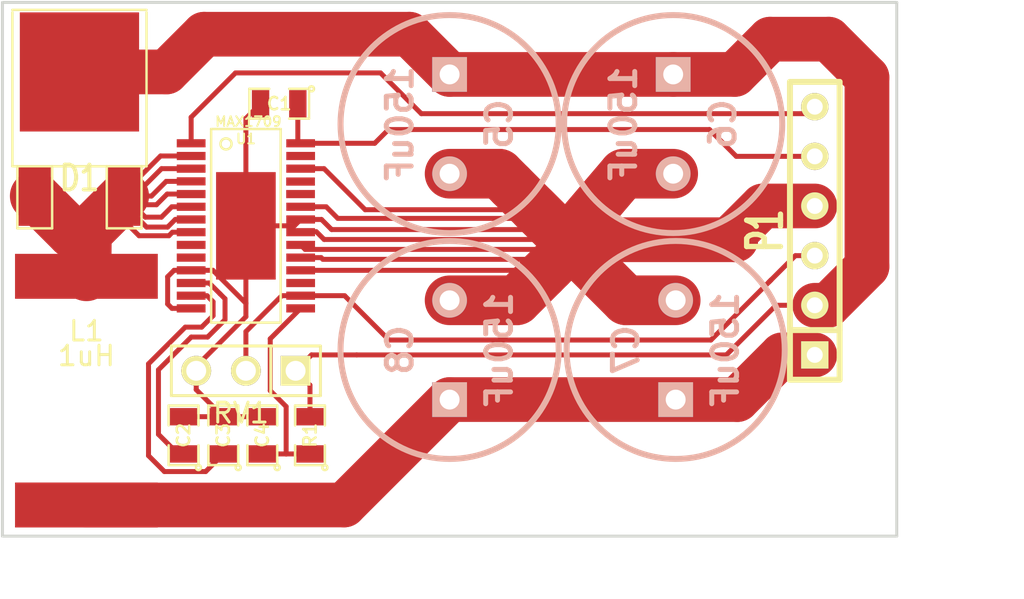
<source format=kicad_pcb>
(kicad_pcb (version 3) (host pcbnew "(2013-feb-26)-stable")

  (general
    (links 46)
    (no_connects 3)
    (area 14.940845 10.421477 70.220475 44.545)
    (thickness 1.6)
    (drawings 6)
    (tracks 179)
    (zones 0)
    (modules 14)
    (nets 11)
  )

  (page A3)
  (layers
    (15 F.Cu signal)
    (0 B.Cu signal)
    (16 B.Adhes user)
    (17 F.Adhes user)
    (18 B.Paste user)
    (19 F.Paste user)
    (20 B.SilkS user)
    (21 F.SilkS user)
    (22 B.Mask user)
    (23 F.Mask user)
    (24 Dwgs.User user)
    (25 Cmts.User user)
    (26 Eco1.User user)
    (27 Eco2.User user)
    (28 Edge.Cuts user)
  )

  (setup
    (last_trace_width 0.254)
    (user_trace_width 0.254)
    (trace_clearance 0.2286)
    (zone_clearance 0.508)
    (zone_45_only no)
    (trace_min 0.254)
    (segment_width 0.2)
    (edge_width 0.15)
    (via_size 0.889)
    (via_drill 0.635)
    (via_min_size 0.889)
    (via_min_drill 0.508)
    (uvia_size 0.508)
    (uvia_drill 0.127)
    (uvias_allowed no)
    (uvia_min_size 0.508)
    (uvia_min_drill 0.127)
    (pcb_text_width 0.3)
    (pcb_text_size 1 1)
    (mod_edge_width 0.15)
    (mod_text_size 1 1)
    (mod_text_width 0.15)
    (pad_size 2.3 7.3)
    (pad_drill 0)
    (pad_to_mask_clearance 0)
    (aux_axis_origin 0 0)
    (visible_elements FFFFFFBF)
    (pcbplotparams
      (layerselection 3178497)
      (usegerberextensions true)
      (excludeedgelayer true)
      (linewidth 152400)
      (plotframeref false)
      (viasonmask false)
      (mode 1)
      (useauxorigin false)
      (hpglpennumber 1)
      (hpglpenspeed 20)
      (hpglpendiameter 15)
      (hpglpenoverlay 2)
      (psnegative false)
      (psa4output false)
      (plotreference true)
      (plotvalue true)
      (plotothertext true)
      (plotinvisibletext false)
      (padsonsilk false)
      (subtractmaskfromsilk false)
      (outputformat 1)
      (mirror false)
      (drillshape 1)
      (scaleselection 1)
      (outputdirectory ""))
  )

  (net 0 "")
  (net 1 /FB)
  (net 2 /ONA)
  (net 3 /ONB)
  (net 4 /Vin)
  (net 5 /Vout)
  (net 6 GND)
  (net 7 N-0000010)
  (net 8 N-000005)
  (net 9 N-000008)
  (net 10 N-000009)

  (net_class Default "This is the default net class."
    (clearance 0.2286)
    (trace_width 0.254)
    (via_dia 0.889)
    (via_drill 0.635)
    (uvia_dia 0.508)
    (uvia_drill 0.127)
    (add_net "")
    (add_net /FB)
    (add_net /ONA)
    (add_net /ONB)
    (add_net N-000005)
    (add_net N-000008)
    (add_net N-000009)
  )

  (net_class "High Power" ""
    (clearance 0.254)
    (trace_width 2.286)
    (via_dia 0.889)
    (via_drill 0.635)
    (uvia_dia 0.508)
    (uvia_drill 0.127)
    (add_net /Vin)
    (add_net /Vout)
    (add_net GND)
    (add_net N-0000010)
  )

  (module MAX1709 (layer F.Cu) (tedit 51610664) (tstamp 5160F5DE)
    (at 25.146 24.13 270)
    (descr TSSOP-28)
    (path /515FD738)
    (clearance 0.1016)
    (fp_text reference U1 (at -4.445 0 360) (layer F.SilkS)
      (effects (font (size 0.50038 0.50038) (thickness 0.09906)))
    )
    (fp_text value MAX1709 (at -5.334 -0.127 360) (layer F.SilkS)
      (effects (font (size 0.50038 0.50038) (thickness 0.09906)))
    )
    (fp_line (start -4.953 -1.778) (end -4.953 1.778) (layer F.SilkS) (width 0.127))
    (fp_line (start 4.953 -1.778) (end 4.953 1.778) (layer F.SilkS) (width 0.127))
    (fp_line (start 4.953 -1.778) (end -4.953 -1.778) (layer F.SilkS) (width 0.127))
    (fp_line (start -4.953 1.778) (end 4.953 1.778) (layer F.SilkS) (width 0.127))
    (fp_circle (center -4.191 1.016) (end -4.318 1.27) (layer F.SilkS) (width 0.127))
    (pad 2 smd rect (at -0.32512 2.79908 270) (size 0.4191 1.47066)
      (layers F.Cu F.Paste F.Mask)
      (net 7 N-0000010)
    )
    (pad 2 smd rect (at 0.32512 2.79908 270) (size 0.4191 1.47066)
      (layers F.Cu F.Paste F.Mask)
      (net 7 N-0000010)
    )
    (pad 9 smd rect (at 0.97536 2.79908 270) (size 0.4191 1.47066)
      (layers F.Cu F.Paste F.Mask)
    )
    (pad 10 smd rect (at 1.6256 2.79908 270) (size 0.4191 1.47066)
      (layers F.Cu F.Paste F.Mask)
    )
    (pad 25 smd rect (at -2.26568 -2.794 270) (size 0.4191 1.47066)
      (layers F.Cu F.Paste F.Mask)
    )
    (pad 2 smd rect (at -2.27584 2.79908 270) (size 0.4191 1.47066)
      (layers F.Cu F.Paste F.Mask)
      (net 7 N-0000010)
    )
    (pad 2 smd rect (at -1.6256 2.79908 270) (size 0.4191 1.47066)
      (layers F.Cu F.Paste F.Mask)
      (net 7 N-0000010)
    )
    (pad 2 smd rect (at -0.97536 2.79908 270) (size 0.4191 1.47066)
      (layers F.Cu F.Paste F.Mask)
      (net 7 N-0000010)
    )
    (pad 18 smd rect (at 2.27584 -2.79908 270) (size 0.4191 1.47066)
      (layers F.Cu F.Paste F.Mask)
      (net 6 GND)
    )
    (pad 18 smd rect (at 1.6256 -2.79908 270) (size 0.4191 1.47066)
      (layers F.Cu F.Paste F.Mask)
      (net 6 GND)
    )
    (pad 18 smd rect (at 0.97536 -2.79908 270) (size 0.4191 1.47066)
      (layers F.Cu F.Paste F.Mask)
      (net 6 GND)
    )
    (pad 18 smd rect (at 0.32512 -2.79908 270) (size 0.4191 1.47066)
      (layers F.Cu F.Paste F.Mask)
      (net 6 GND)
    )
    (pad 18 smd rect (at -0.32512 -2.79908 270) (size 0.4191 1.47066)
      (layers F.Cu F.Paste F.Mask)
      (net 6 GND)
    )
    (pad 18 smd rect (at -0.97536 -2.79908 270) (size 0.4191 1.47066)
      (layers F.Cu F.Paste F.Mask)
      (net 6 GND)
    )
    (pad 11 smd rect (at 2.27584 2.79908 270) (size 0.4191 1.47066)
      (layers F.Cu F.Paste F.Mask)
      (net 6 GND)
    )
    (pad 24 smd rect (at -1.6256 -2.794 270) (size 0.4191 1.47066)
      (layers F.Cu F.Paste F.Mask)
    )
    (pad 2 smd rect (at -2.92608 2.79908 270) (size 0.4191 1.47066)
      (layers F.Cu F.Paste F.Mask)
      (net 7 N-0000010)
    )
    (pad 12 smd rect (at 2.92608 2.79908 270) (size 0.4191 1.47066)
      (layers F.Cu F.Paste F.Mask)
      (net 8 N-000005)
    )
    (pad 17 smd rect (at 2.92608 -2.79908 270) (size 0.4191 1.47066)
      (layers F.Cu F.Paste F.Mask)
    )
    (pad 26 smd rect (at -2.92608 -2.79908 270) (size 0.4191 1.47066)
      (layers F.Cu F.Paste F.Mask)
      (net 6 GND)
    )
    (pad 2 smd rect (at -3.57378 2.79908 270) (size 0.4191 1.47066)
      (layers F.Cu F.Paste F.Mask)
      (net 7 N-0000010)
    )
    (pad 13 smd rect (at 3.57378 2.79908 270) (size 0.4191 1.47066)
      (layers F.Cu F.Paste F.Mask)
      (net 10 N-000009)
    )
    (pad 16 smd rect (at 3.57378 -2.79908 270) (size 0.4191 1.47066)
      (layers F.Cu F.Paste F.Mask)
      (net 1 /FB)
    )
    (pad 27 smd rect (at -3.57378 -2.79908 270) (size 0.4191 1.47066)
      (layers F.Cu F.Paste F.Mask)
      (net 9 N-000008)
    )
    (pad 1 smd rect (at -4.22402 2.79908 270) (size 0.4191 1.47066)
      (layers F.Cu F.Paste F.Mask)
      (net 2 /ONA)
    )
    (pad 11 smd rect (at 4.22402 2.79908 270) (size 0.4191 1.47066)
      (layers F.Cu F.Paste F.Mask)
      (net 6 GND)
    )
    (pad 15 smd rect (at 4.22402 -2.79908 270) (size 0.4191 1.47066)
      (layers F.Cu F.Paste F.Mask)
      (net 9 N-000008)
    )
    (pad 28 smd rect (at -4.22402 -2.79908 270) (size 0.4191 1.47066)
      (layers F.Cu F.Paste F.Mask)
      (net 3 /ONB)
    )
    (pad 18 smd rect (at 0 0 270) (size 5.5 3.05)
      (layers F.Cu F.Paste F.Mask)
      (net 6 GND)
    )
    (model smd/smd_dil/tssop-28.wrl
      (at (xyz 0 0 0))
      (scale (xyz 1 1 1))
      (rotate (xyz 0 0 0))
    )
  )

  (module SM0805 (layer F.Cu) (tedit 42806E04) (tstamp 51611A18)
    (at 21.9583 34.8488 90)
    (path /515FD90C)
    (attr smd)
    (fp_text reference C2 (at 0 0 90) (layer F.SilkS)
      (effects (font (size 0.635 0.635) (thickness 0.127)))
    )
    (fp_text value 0.1uF (at 0 0 90) (layer F.SilkS) hide
      (effects (font (size 0.635 0.635) (thickness 0.127)))
    )
    (fp_circle (center -1.651 0.762) (end -1.651 0.635) (layer F.SilkS) (width 0.127))
    (fp_line (start -0.508 0.762) (end -1.524 0.762) (layer F.SilkS) (width 0.127))
    (fp_line (start -1.524 0.762) (end -1.524 -0.762) (layer F.SilkS) (width 0.127))
    (fp_line (start -1.524 -0.762) (end -0.508 -0.762) (layer F.SilkS) (width 0.127))
    (fp_line (start 0.508 -0.762) (end 1.524 -0.762) (layer F.SilkS) (width 0.127))
    (fp_line (start 1.524 -0.762) (end 1.524 0.762) (layer F.SilkS) (width 0.127))
    (fp_line (start 1.524 0.762) (end 0.508 0.762) (layer F.SilkS) (width 0.127))
    (pad 1 smd rect (at -0.9525 0 90) (size 0.889 1.397)
      (layers F.Cu F.Paste F.Mask)
      (net 8 N-000005)
    )
    (pad 2 smd rect (at 0.9525 0 90) (size 0.889 1.397)
      (layers F.Cu F.Paste F.Mask)
      (net 6 GND)
    )
    (model smd/chip_cms.wrl
      (at (xyz 0 0 0))
      (scale (xyz 0.1 0.1 0.1))
      (rotate (xyz 0 0 0))
    )
  )

  (module SM0805 (layer F.Cu) (tedit 42806E04) (tstamp 5160F5F8)
    (at 23.9903 34.8488 90)
    (path /515FD919)
    (attr smd)
    (fp_text reference C3 (at 0 0 90) (layer F.SilkS)
      (effects (font (size 0.635 0.635) (thickness 0.127)))
    )
    (fp_text value .22uF (at 0 0 90) (layer F.SilkS) hide
      (effects (font (size 0.635 0.635) (thickness 0.127)))
    )
    (fp_circle (center -1.651 0.762) (end -1.651 0.635) (layer F.SilkS) (width 0.127))
    (fp_line (start -0.508 0.762) (end -1.524 0.762) (layer F.SilkS) (width 0.127))
    (fp_line (start -1.524 0.762) (end -1.524 -0.762) (layer F.SilkS) (width 0.127))
    (fp_line (start -1.524 -0.762) (end -0.508 -0.762) (layer F.SilkS) (width 0.127))
    (fp_line (start 0.508 -0.762) (end 1.524 -0.762) (layer F.SilkS) (width 0.127))
    (fp_line (start 1.524 -0.762) (end 1.524 0.762) (layer F.SilkS) (width 0.127))
    (fp_line (start 1.524 0.762) (end 0.508 0.762) (layer F.SilkS) (width 0.127))
    (pad 1 smd rect (at -0.9525 0 90) (size 0.889 1.397)
      (layers F.Cu F.Paste F.Mask)
      (net 10 N-000009)
    )
    (pad 2 smd rect (at 0.9525 0 90) (size 0.889 1.397)
      (layers F.Cu F.Paste F.Mask)
      (net 6 GND)
    )
    (model smd/chip_cms.wrl
      (at (xyz 0 0 0))
      (scale (xyz 0.1 0.1 0.1))
      (rotate (xyz 0 0 0))
    )
  )

  (module SM0805 (layer F.Cu) (tedit 42806E04) (tstamp 5160F605)
    (at 28.4226 34.8488 90)
    (path /515FDA2E)
    (attr smd)
    (fp_text reference R1 (at 0 0 90) (layer F.SilkS)
      (effects (font (size 0.635 0.635) (thickness 0.127)))
    )
    (fp_text value 2K (at 0 0 90) (layer F.SilkS) hide
      (effects (font (size 0.635 0.635) (thickness 0.127)))
    )
    (fp_circle (center -1.651 0.762) (end -1.651 0.635) (layer F.SilkS) (width 0.127))
    (fp_line (start -0.508 0.762) (end -1.524 0.762) (layer F.SilkS) (width 0.127))
    (fp_line (start -1.524 0.762) (end -1.524 -0.762) (layer F.SilkS) (width 0.127))
    (fp_line (start -1.524 -0.762) (end -0.508 -0.762) (layer F.SilkS) (width 0.127))
    (fp_line (start 0.508 -0.762) (end 1.524 -0.762) (layer F.SilkS) (width 0.127))
    (fp_line (start 1.524 -0.762) (end 1.524 0.762) (layer F.SilkS) (width 0.127))
    (fp_line (start 1.524 0.762) (end 0.508 0.762) (layer F.SilkS) (width 0.127))
    (pad 1 smd rect (at -0.9525 0 90) (size 0.889 1.397)
      (layers F.Cu F.Paste F.Mask)
      (net 9 N-000008)
    )
    (pad 2 smd rect (at 0.9525 0 90) (size 0.889 1.397)
      (layers F.Cu F.Paste F.Mask)
      (net 5 /Vout)
    )
    (model smd/chip_cms.wrl
      (at (xyz 0 0 0))
      (scale (xyz 0.1 0.1 0.1))
      (rotate (xyz 0 0 0))
    )
  )

  (module SM0805 (layer F.Cu) (tedit 42806E04) (tstamp 5160F612)
    (at 25.9842 34.8488 90)
    (path /515FDA34)
    (attr smd)
    (fp_text reference C4 (at 0 0 90) (layer F.SilkS)
      (effects (font (size 0.635 0.635) (thickness 0.127)))
    )
    (fp_text value 0.1uF (at 0 0 90) (layer F.SilkS) hide
      (effects (font (size 0.635 0.635) (thickness 0.127)))
    )
    (fp_circle (center -1.651 0.762) (end -1.651 0.635) (layer F.SilkS) (width 0.127))
    (fp_line (start -0.508 0.762) (end -1.524 0.762) (layer F.SilkS) (width 0.127))
    (fp_line (start -1.524 0.762) (end -1.524 -0.762) (layer F.SilkS) (width 0.127))
    (fp_line (start -1.524 -0.762) (end -0.508 -0.762) (layer F.SilkS) (width 0.127))
    (fp_line (start 0.508 -0.762) (end 1.524 -0.762) (layer F.SilkS) (width 0.127))
    (fp_line (start 1.524 -0.762) (end 1.524 0.762) (layer F.SilkS) (width 0.127))
    (fp_line (start 1.524 0.762) (end 0.508 0.762) (layer F.SilkS) (width 0.127))
    (pad 1 smd rect (at -0.9525 0 90) (size 0.889 1.397)
      (layers F.Cu F.Paste F.Mask)
      (net 9 N-000008)
    )
    (pad 2 smd rect (at 0.9525 0 90) (size 0.889 1.397)
      (layers F.Cu F.Paste F.Mask)
      (net 6 GND)
    )
    (model smd/chip_cms.wrl
      (at (xyz 0 0 0))
      (scale (xyz 0.1 0.1 0.1))
      (rotate (xyz 0 0 0))
    )
  )

  (module SM0805 (layer F.Cu) (tedit 42806E04) (tstamp 51614593)
    (at 26.8478 17.8816 180)
    (path /51606D65)
    (attr smd)
    (fp_text reference C1 (at 0 0 180) (layer F.SilkS)
      (effects (font (size 0.635 0.635) (thickness 0.127)))
    )
    (fp_text value 0.1uF (at 0 0 180) (layer F.SilkS) hide
      (effects (font (size 0.635 0.635) (thickness 0.127)))
    )
    (fp_circle (center -1.651 0.762) (end -1.651 0.635) (layer F.SilkS) (width 0.127))
    (fp_line (start -0.508 0.762) (end -1.524 0.762) (layer F.SilkS) (width 0.127))
    (fp_line (start -1.524 0.762) (end -1.524 -0.762) (layer F.SilkS) (width 0.127))
    (fp_line (start -1.524 -0.762) (end -0.508 -0.762) (layer F.SilkS) (width 0.127))
    (fp_line (start 0.508 -0.762) (end 1.524 -0.762) (layer F.SilkS) (width 0.127))
    (fp_line (start 1.524 -0.762) (end 1.524 0.762) (layer F.SilkS) (width 0.127))
    (fp_line (start 1.524 0.762) (end 0.508 0.762) (layer F.SilkS) (width 0.127))
    (pad 1 smd rect (at -0.9525 0 180) (size 0.889 1.397)
      (layers F.Cu F.Paste F.Mask)
      (net 3 /ONB)
    )
    (pad 2 smd rect (at 0.9525 0 180) (size 0.889 1.397)
      (layers F.Cu F.Paste F.Mask)
      (net 6 GND)
    )
    (model smd/chip_cms.wrl
      (at (xyz 0 0 0))
      (scale (xyz 0.1 0.1 0.1))
      (rotate (xyz 0 0 0))
    )
  )

  (module C2V10 (layer B.Cu) (tedit 41854742) (tstamp 5160F638)
    (at 35.56 18.923 270)
    (descr "Condensateur polarise")
    (tags CP)
    (path /515FD796)
    (fp_text reference C5 (at 0 -2.54 270) (layer B.SilkS)
      (effects (font (size 1.27 1.27) (thickness 0.254)) (justify mirror))
    )
    (fp_text value 150uF (at 0 2.54 270) (layer B.SilkS)
      (effects (font (size 1.27 1.27) (thickness 0.254)) (justify mirror))
    )
    (fp_circle (center 0 0) (end 4.826 2.794) (layer B.SilkS) (width 0.3048))
    (pad 1 thru_hole rect (at -2.54 0 270) (size 1.778 1.778) (drill 1.016)
      (layers *.Cu *.Mask B.SilkS)
      (net 5 /Vout)
    )
    (pad 2 thru_hole circle (at 2.54 0 270) (size 1.778 1.778) (drill 1.016)
      (layers *.Cu *.Mask B.SilkS)
      (net 6 GND)
    )
    (model discret/c_vert_c2v10.wrl
      (at (xyz 0 0 0))
      (scale (xyz 1 1 1))
      (rotate (xyz 0 0 0))
    )
  )

  (module C2V10 (layer B.Cu) (tedit 41854742) (tstamp 5160F63F)
    (at 46.99 18.923 270)
    (descr "Condensateur polarise")
    (tags CP)
    (path /515FDCBF)
    (fp_text reference C6 (at 0 -2.54 270) (layer B.SilkS)
      (effects (font (size 1.27 1.27) (thickness 0.254)) (justify mirror))
    )
    (fp_text value 150uF (at 0 2.54 270) (layer B.SilkS)
      (effects (font (size 1.27 1.27) (thickness 0.254)) (justify mirror))
    )
    (fp_circle (center 0 0) (end 4.826 2.794) (layer B.SilkS) (width 0.3048))
    (pad 1 thru_hole rect (at -2.54 0 270) (size 1.778 1.778) (drill 1.016)
      (layers *.Cu *.Mask B.SilkS)
      (net 5 /Vout)
    )
    (pad 2 thru_hole circle (at 2.54 0 270) (size 1.778 1.778) (drill 1.016)
      (layers *.Cu *.Mask B.SilkS)
      (net 6 GND)
    )
    (model discret/c_vert_c2v10.wrl
      (at (xyz 0 0 0))
      (scale (xyz 1 1 1))
      (rotate (xyz 0 0 0))
    )
  )

  (module C2V10 (layer B.Cu) (tedit 41854742) (tstamp 5160F646)
    (at 47.117 30.48 90)
    (descr "Condensateur polarise")
    (tags CP)
    (path /515FDCC5)
    (fp_text reference C7 (at 0 -2.54 90) (layer B.SilkS)
      (effects (font (size 1.27 1.27) (thickness 0.254)) (justify mirror))
    )
    (fp_text value 150uF (at 0 2.54 90) (layer B.SilkS)
      (effects (font (size 1.27 1.27) (thickness 0.254)) (justify mirror))
    )
    (fp_circle (center 0 0) (end 4.826 2.794) (layer B.SilkS) (width 0.3048))
    (pad 1 thru_hole rect (at -2.54 0 90) (size 1.778 1.778) (drill 1.016)
      (layers *.Cu *.Mask B.SilkS)
      (net 4 /Vin)
    )
    (pad 2 thru_hole circle (at 2.54 0 90) (size 1.778 1.778) (drill 1.016)
      (layers *.Cu *.Mask B.SilkS)
      (net 6 GND)
    )
    (model discret/c_vert_c2v10.wrl
      (at (xyz 0 0 0))
      (scale (xyz 1 1 1))
      (rotate (xyz 0 0 0))
    )
  )

  (module C2V10 (layer B.Cu) (tedit 41854742) (tstamp 5160F64D)
    (at 35.56 30.48 90)
    (descr "Condensateur polarise")
    (tags CP)
    (path /515FDCCB)
    (fp_text reference C8 (at 0 -2.54 90) (layer B.SilkS)
      (effects (font (size 1.27 1.27) (thickness 0.254)) (justify mirror))
    )
    (fp_text value 150uF (at 0 2.54 90) (layer B.SilkS)
      (effects (font (size 1.27 1.27) (thickness 0.254)) (justify mirror))
    )
    (fp_circle (center 0 0) (end 4.826 2.794) (layer B.SilkS) (width 0.3048))
    (pad 1 thru_hole rect (at -2.54 0 90) (size 1.778 1.778) (drill 1.016)
      (layers *.Cu *.Mask B.SilkS)
      (net 4 /Vin)
    )
    (pad 2 thru_hole circle (at 2.54 0 90) (size 1.778 1.778) (drill 1.016)
      (layers *.Cu *.Mask B.SilkS)
      (net 6 GND)
    )
    (model discret/c_vert_c2v10.wrl
      (at (xyz 0 0 0))
      (scale (xyz 1 1 1))
      (rotate (xyz 0 0 0))
    )
  )

  (module PIN_ARRAY_3X1 (layer F.Cu) (tedit 4C1130E0) (tstamp 516140A4)
    (at 25.146 31.5468 180)
    (descr "Connecteur 3 pins")
    (tags "CONN DEV")
    (path /51610805)
    (fp_text reference RV1 (at 0.254 -2.159 180) (layer F.SilkS)
      (effects (font (size 1.016 1.016) (thickness 0.1524)))
    )
    (fp_text value POT (at 0 -2.159 180) (layer F.SilkS) hide
      (effects (font (size 1.016 1.016) (thickness 0.1524)))
    )
    (fp_line (start -3.81 1.27) (end -3.81 -1.27) (layer F.SilkS) (width 0.1524))
    (fp_line (start -3.81 -1.27) (end 3.81 -1.27) (layer F.SilkS) (width 0.1524))
    (fp_line (start 3.81 -1.27) (end 3.81 1.27) (layer F.SilkS) (width 0.1524))
    (fp_line (start 3.81 1.27) (end -3.81 1.27) (layer F.SilkS) (width 0.1524))
    (fp_line (start -1.27 -1.27) (end -1.27 1.27) (layer F.SilkS) (width 0.1524))
    (pad 1 thru_hole rect (at -2.54 0 180) (size 1.524 1.524) (drill 1.016)
      (layers *.Cu *.Mask F.SilkS)
      (net 5 /Vout)
    )
    (pad 2 thru_hole circle (at 0 0 180) (size 1.524 1.524) (drill 1.016)
      (layers *.Cu *.Mask F.SilkS)
      (net 1 /FB)
    )
    (pad 3 thru_hole circle (at 2.54 0 180) (size 1.524 1.524) (drill 1.016)
      (layers *.Cu *.Mask F.SilkS)
      (net 6 GND)
    )
    (model pin_array/pins_array_3x1.wrl
      (at (xyz 0 0 0))
      (scale (xyz 1 1 1))
      (rotate (xyz 0 0 0))
    )
  )

  (module DPAK2_Schottky (layer F.Cu) (tedit 51611F2A) (tstamp 51614533)
    (at 16.637 22.606)
    (descr "MOS boitier DPACK G-D-S")
    (tags "CMD DPACK")
    (path /515FD758)
    (attr smd)
    (fp_text reference D1 (at 0 -0.9144) (layer F.SilkS)
      (effects (font (size 1.27 1.016) (thickness 0.2032)))
    )
    (fp_text value DIODESCH (at 0 -2.413) (layer F.SilkS) hide
      (effects (font (size 1.016 1.016) (thickness 0.2032)))
    )
    (fp_line (start 1.397 -1.524) (end 1.397 1.651) (layer F.SilkS) (width 0.127))
    (fp_line (start 1.397 1.651) (end 3.175 1.651) (layer F.SilkS) (width 0.127))
    (fp_line (start 3.175 1.651) (end 3.175 -1.524) (layer F.SilkS) (width 0.127))
    (fp_line (start -3.175 -1.524) (end -3.175 1.651) (layer F.SilkS) (width 0.127))
    (fp_line (start -3.175 1.651) (end -1.397 1.651) (layer F.SilkS) (width 0.127))
    (fp_line (start -1.397 1.651) (end -1.397 -1.524) (layer F.SilkS) (width 0.127))
    (fp_line (start 3.429 -7.62) (end 3.429 -1.524) (layer F.SilkS) (width 0.127))
    (fp_line (start 3.429 -1.524) (end -3.429 -1.524) (layer F.SilkS) (width 0.127))
    (fp_line (start -3.429 -1.524) (end -3.429 -9.398) (layer F.SilkS) (width 0.127))
    (fp_line (start -3.429 -9.525) (end 3.429 -9.525) (layer F.SilkS) (width 0.127))
    (fp_line (start 3.429 -9.398) (end 3.429 -7.62) (layer F.SilkS) (width 0.127))
    (pad 1 smd rect (at -2.286 0) (size 1.651 3.048)
      (layers F.Cu F.Paste F.Mask)
      (net 7 N-0000010)
    )
    (pad 2 smd rect (at 0 -6.35) (size 6.096 6.096)
      (layers F.Cu F.Paste F.Mask)
      (net 5 /Vout)
    )
    (pad 1 smd rect (at 2.286 0) (size 1.651 3.048)
      (layers F.Cu F.Paste F.Mask)
      (net 7 N-0000010)
    )
    (model smd/dpack_2.wrl
      (at (xyz 0 0 0))
      (scale (xyz 1 1 1))
      (rotate (xyz 0 0 0))
    )
  )

  (module Inductor_UP2B (layer F.Cu) (tedit 516110F0) (tstamp 51612141)
    (at 16.9926 32.5628 90)
    (path /515FD749)
    (fp_text reference L1 (at 3.048 0 180) (layer F.SilkS)
      (effects (font (size 1 1) (thickness 0.15)))
    )
    (fp_text value 1uH (at 1.778 0 180) (layer F.SilkS)
      (effects (font (size 1 1) (thickness 0.15)))
    )
    (pad 1 smd rect (at -5.85 0 90) (size 2.3 7.3)
      (layers F.Cu F.Paste F.Mask)
      (net 4 /Vin)
    )
    (pad 2 smd rect (at 5.85 0 90) (size 2.3 7.3)
      (layers F.Cu F.Paste F.Mask)
      (net 7 N-0000010)
    )
  )

  (module SIL-6 (layer F.Cu) (tedit 200000) (tstamp 51614545)
    (at 54.229 24.384 90)
    (descr "Connecteur 6 pins")
    (tags "CONN DEV")
    (path /51611771)
    (fp_text reference P1 (at 0 -2.54 90) (layer F.SilkS)
      (effects (font (size 1.72974 1.08712) (thickness 0.3048)))
    )
    (fp_text value CONN_6 (at 0 -2.54 90) (layer F.SilkS) hide
      (effects (font (size 1.524 1.016) (thickness 0.3048)))
    )
    (fp_line (start -7.62 1.27) (end -7.62 -1.27) (layer F.SilkS) (width 0.3048))
    (fp_line (start -7.62 -1.27) (end 7.62 -1.27) (layer F.SilkS) (width 0.3048))
    (fp_line (start 7.62 -1.27) (end 7.62 1.27) (layer F.SilkS) (width 0.3048))
    (fp_line (start 7.62 1.27) (end -7.62 1.27) (layer F.SilkS) (width 0.3048))
    (fp_line (start -5.08 1.27) (end -5.08 -1.27) (layer F.SilkS) (width 0.3048))
    (pad 1 thru_hole rect (at -6.35 0 90) (size 1.397 1.397) (drill 0.8128)
      (layers *.Cu *.Mask F.SilkS)
      (net 4 /Vin)
    )
    (pad 2 thru_hole circle (at -3.81 0 90) (size 1.397 1.397) (drill 0.8128)
      (layers *.Cu *.Mask F.SilkS)
      (net 5 /Vout)
    )
    (pad 3 thru_hole circle (at -1.27 0 90) (size 1.397 1.397) (drill 0.8128)
      (layers *.Cu *.Mask F.SilkS)
      (net 1 /FB)
    )
    (pad 4 thru_hole circle (at 1.27 0 90) (size 1.397 1.397) (drill 0.8128)
      (layers *.Cu *.Mask F.SilkS)
      (net 6 GND)
    )
    (pad 5 thru_hole circle (at 3.81 0 90) (size 1.397 1.397) (drill 0.8128)
      (layers *.Cu *.Mask F.SilkS)
      (net 3 /ONB)
    )
    (pad 6 thru_hole circle (at 6.35 0 90) (size 1.397 1.397) (drill 0.8128)
      (layers *.Cu *.Mask F.SilkS)
      (net 2 /ONA)
    )
  )

  (dimension 45.72 (width 0.25) (layer Dwgs.User)
    (gr_text "1.8000 in" (at 35.56 43.544999) (layer Dwgs.User)
      (effects (font (size 1 1) (thickness 0.25)))
    )
    (feature1 (pts (xy 58.42 40.005) (xy 58.42 44.544999)))
    (feature2 (pts (xy 12.7 40.005) (xy 12.7 44.544999)))
    (crossbar (pts (xy 12.7 42.544999) (xy 58.42 42.544999)))
    (arrow1a (pts (xy 58.42 42.544999) (xy 57.293497 43.131419)))
    (arrow1b (pts (xy 58.42 42.544999) (xy 57.293497 41.958579)))
    (arrow2a (pts (xy 12.7 42.544999) (xy 13.826503 43.131419)))
    (arrow2b (pts (xy 12.7 42.544999) (xy 13.826503 41.958579)))
  )
  (dimension 27.305 (width 0.25) (layer Dwgs.User)
    (gr_text "1.0750 in" (at 63.23 26.3525 90) (layer Dwgs.User)
      (effects (font (size 1 1) (thickness 0.25)))
    )
    (feature1 (pts (xy 59.69 12.7) (xy 64.23 12.7)))
    (feature2 (pts (xy 59.69 40.005) (xy 64.23 40.005)))
    (crossbar (pts (xy 62.23 40.005) (xy 62.23 12.7)))
    (arrow1a (pts (xy 62.23 12.7) (xy 62.81642 13.826503)))
    (arrow1b (pts (xy 62.23 12.7) (xy 61.64358 13.826503)))
    (arrow2a (pts (xy 62.23 40.005) (xy 62.81642 38.878497)))
    (arrow2b (pts (xy 62.23 40.005) (xy 61.64358 38.878497)))
  )
  (gr_line (start 58.42 12.7) (end 12.7 12.7) (angle 90) (layer Edge.Cuts) (width 0.15))
  (gr_line (start 58.42 40.005) (end 58.42 12.7) (angle 90) (layer Edge.Cuts) (width 0.15))
  (gr_line (start 12.7 40.005) (end 58.42 40.005) (angle 90) (layer Edge.Cuts) (width 0.15))
  (gr_line (start 12.7 12.7) (end 12.7 40.005) (angle 90) (layer Edge.Cuts) (width 0.15))

  (segment (start 51.9938 26.8986) (end 53.2384 25.654) (width 0.254) (layer F.Cu) (net 1))
  (segment (start 53.2384 25.654) (end 54.229 25.654) (width 0.254) (layer F.Cu) (net 1) (tstamp 51611E2F) (status 20))
  (segment (start 27.94508 27.70378) (end 30.19298 27.70378) (width 0.254) (layer F.Cu) (net 1))
  (segment (start 48.9204 29.972) (end 51.9938 26.8986) (width 0.254) (layer F.Cu) (net 1) (tstamp 51611DE3))
  (segment (start 51.9938 26.8986) (end 51.8922 27.0002) (width 0.254) (layer F.Cu) (net 1) (tstamp 51611E2D))
  (segment (start 32.4612 29.972) (end 48.9204 29.972) (width 0.254) (layer F.Cu) (net 1) (tstamp 51611DE0))
  (segment (start 30.19298 27.70378) (end 32.4612 29.972) (width 0.254) (layer F.Cu) (net 1) (tstamp 51611DDB))
  (segment (start 25.146 31.5468) (end 25.146 29.5402) (width 0.254) (layer F.Cu) (net 1))
  (segment (start 26.98242 27.70378) (end 27.94508 27.70378) (width 0.254) (layer F.Cu) (net 1) (tstamp 51611BE3))
  (segment (start 25.146 29.5402) (end 26.98242 27.70378) (width 0.254) (layer F.Cu) (net 1) (tstamp 51611BDE))
  (segment (start 48.7426 18.3896) (end 53.8734 18.3896) (width 0.254) (layer F.Cu) (net 2) (status 20))
  (segment (start 53.8734 18.3896) (end 54.229 18.034) (width 0.254) (layer F.Cu) (net 2) (tstamp 51611AEF) (status 30))
  (segment (start 48.8442 18.3896) (end 48.7426 18.3896) (width 0.254) (layer F.Cu) (net 2) (tstamp 516118C8))
  (segment (start 48.7426 18.3896) (end 34.1122 18.3896) (width 0.254) (layer F.Cu) (net 2) (tstamp 51611AED))
  (segment (start 34.1122 18.3896) (end 32.0294 16.3068) (width 0.254) (layer F.Cu) (net 2) (tstamp 516118CA))
  (segment (start 32.0294 16.3068) (end 24.6126 16.3068) (width 0.254) (layer F.Cu) (net 2) (tstamp 516118CC))
  (segment (start 24.6126 16.3068) (end 22.34692 18.57248) (width 0.254) (layer F.Cu) (net 2) (tstamp 516118CE))
  (segment (start 22.34692 18.57248) (end 22.34692 19.90598) (width 0.254) (layer F.Cu) (net 2) (tstamp 516118D2))
  (segment (start 27.94508 19.90598) (end 31.73222 19.90598) (width 0.254) (layer F.Cu) (net 3))
  (segment (start 50.2158 20.574) (end 54.229 20.574) (width 0.254) (layer F.Cu) (net 3) (tstamp 51611ABE) (status 20))
  (segment (start 48.8442 19.2024) (end 50.2158 20.574) (width 0.254) (layer F.Cu) (net 3) (tstamp 51611ABB))
  (segment (start 32.4358 19.2024) (end 48.8442 19.2024) (width 0.254) (layer F.Cu) (net 3) (tstamp 51611AB9))
  (segment (start 31.73222 19.90598) (end 32.4358 19.2024) (width 0.254) (layer F.Cu) (net 3) (tstamp 51611AB6))
  (segment (start 27.8003 17.8816) (end 27.8003 19.7612) (width 0.254) (layer F.Cu) (net 3))
  (segment (start 27.8003 19.7612) (end 27.94508 19.90598) (width 0.254) (layer F.Cu) (net 3) (tstamp 51611915))
  (segment (start 16.9926 38.4128) (end 30.1672 38.4128) (width 2.286) (layer F.Cu) (net 4))
  (segment (start 30.1672 38.4128) (end 35.56 33.02) (width 2.286) (layer F.Cu) (net 4) (tstamp 5161219D))
  (segment (start 54.229 30.734) (end 52.5526 30.734) (width 2.286) (layer F.Cu) (net 4) (status 10))
  (segment (start 50.2666 33.02) (end 35.56 33.02) (width 2.286) (layer F.Cu) (net 4) (tstamp 51611B59))
  (segment (start 52.5526 30.734) (end 50.2666 33.02) (width 2.286) (layer F.Cu) (net 4) (tstamp 51611B58))
  (segment (start 28.4226 33.8963) (end 28.4226 32.2834) (width 0.254) (layer F.Cu) (net 5))
  (segment (start 28.4226 32.2834) (end 27.686 31.5468) (width 0.254) (layer F.Cu) (net 5) (tstamp 51611C3E))
  (segment (start 49.7078 30.734) (end 30.8102 30.734) (width 0.254) (layer F.Cu) (net 5))
  (segment (start 54.229 28.194) (end 52.2478 28.194) (width 0.254) (layer F.Cu) (net 5) (tstamp 51611A57) (status 10))
  (segment (start 49.7078 30.734) (end 52.2478 28.194) (width 0.254) (layer F.Cu) (net 5) (tstamp 51611A52))
  (segment (start 28.4988 30.734) (end 27.686 31.5468) (width 0.254) (layer F.Cu) (net 5) (tstamp 51611BBF))
  (segment (start 30.8102 30.734) (end 28.4988 30.734) (width 0.254) (layer F.Cu) (net 5) (tstamp 51611BB4))
  (segment (start 46.99 16.383) (end 50.1396 16.383) (width 2.286) (layer F.Cu) (net 5))
  (segment (start 50.1396 16.383) (end 51.943 14.5796) (width 2.286) (layer F.Cu) (net 5) (tstamp 51611AF3))
  (segment (start 51.943 14.5796) (end 54.9402 14.5796) (width 2.286) (layer F.Cu) (net 5) (tstamp 51611AF4))
  (segment (start 54.9402 14.5796) (end 56.896 16.5354) (width 2.286) (layer F.Cu) (net 5) (tstamp 51611AF6))
  (segment (start 56.896 16.5354) (end 56.896 26.2128) (width 2.286) (layer F.Cu) (net 5) (tstamp 51611AF8))
  (segment (start 56.896 26.2128) (end 54.9148 28.194) (width 2.286) (layer F.Cu) (net 5) (tstamp 51611AFB))
  (segment (start 54.9148 28.194) (end 54.229 28.194) (width 2.286) (layer F.Cu) (net 5) (tstamp 51611B01) (status 20))
  (segment (start 16.637 16.256) (end 21.082 16.256) (width 2.286) (layer F.Cu) (net 5) (status 10))
  (segment (start 33.5026 14.3256) (end 35.56 16.383) (width 2.286) (layer F.Cu) (net 5) (tstamp 516144F4))
  (segment (start 23.0124 14.3256) (end 33.5026 14.3256) (width 2.286) (layer F.Cu) (net 5) (tstamp 516144F3))
  (segment (start 21.082 16.256) (end 23.0124 14.3256) (width 2.286) (layer F.Cu) (net 5) (tstamp 516144F2))
  (segment (start 35.56 16.383) (end 46.99 16.383) (width 2.286) (layer F.Cu) (net 5) (tstamp 51614250))
  (segment (start 25.8953 17.8816) (end 25.146 18.6309) (width 0.254) (layer F.Cu) (net 6))
  (segment (start 25.146 18.6309) (end 25.146 24.13) (width 0.254) (layer F.Cu) (net 6) (tstamp 51611E7F))
  (segment (start 41.4147 25.0317) (end 41.6052 24.8412) (width 2.286) (layer F.Cu) (net 6))
  (segment (start 51.562 23.114) (end 54.229 23.114) (width 2.286) (layer F.Cu) (net 6) (tstamp 51611E4D) (status 20))
  (segment (start 50.1904 24.4856) (end 51.562 23.114) (width 2.286) (layer F.Cu) (net 6) (tstamp 51611E4C))
  (segment (start 50.1904 24.8412) (end 50.1904 24.4856) (width 2.286) (layer F.Cu) (net 6) (tstamp 51611E4A))
  (segment (start 41.6052 24.8412) (end 50.1904 24.8412) (width 2.286) (layer F.Cu) (net 6) (tstamp 51611E47))
  (segment (start 23.9903 33.8963) (end 25.9842 33.8963) (width 0.254) (layer F.Cu) (net 6))
  (segment (start 23.9903 33.8963) (end 21.9583 33.8963) (width 0.254) (layer F.Cu) (net 6))
  (segment (start 22.606 31.5468) (end 22.606 32.512) (width 0.254) (layer F.Cu) (net 6))
  (segment (start 22.606 32.512) (end 23.9903 33.8963) (width 0.254) (layer F.Cu) (net 6) (tstamp 51611DC5))
  (segment (start 25.146 24.13) (end 27.61996 24.13) (width 0.254) (layer F.Cu) (net 6))
  (segment (start 27.61996 24.13) (end 27.94508 23.80488) (width 0.254) (layer F.Cu) (net 6) (tstamp 51611DB1))
  (segment (start 25.146 24.13) (end 25.146 28.0924) (width 0.254) (layer F.Cu) (net 6))
  (segment (start 22.606 31.5468) (end 22.606 31.3182) (width 0.254) (layer F.Cu) (net 6))
  (segment (start 23.45944 26.40584) (end 22.34692 26.40584) (width 0.254) (layer F.Cu) (net 6) (tstamp 51611D9D))
  (segment (start 25.146 28.0924) (end 23.45944 26.40584) (width 0.254) (layer F.Cu) (net 6) (tstamp 51611D96))
  (segment (start 25.146 28.7782) (end 25.146 28.0924) (width 0.254) (layer F.Cu) (net 6) (tstamp 51611D93))
  (segment (start 22.606 31.3182) (end 25.146 28.7782) (width 0.254) (layer F.Cu) (net 6) (tstamp 51611D90))
  (segment (start 22.34692 26.40584) (end 21.47316 26.40584) (width 0.254) (layer F.Cu) (net 6))
  (segment (start 21.36902 28.35402) (end 22.34692 28.35402) (width 0.254) (layer F.Cu) (net 6) (tstamp 5161445E))
  (segment (start 21.1455 28.1305) (end 21.36902 28.35402) (width 0.254) (layer F.Cu) (net 6) (tstamp 5161445D))
  (segment (start 21.1455 26.7335) (end 21.1455 28.1305) (width 0.254) (layer F.Cu) (net 6) (tstamp 5161445C))
  (segment (start 21.47316 26.40584) (end 21.1455 26.7335) (width 0.254) (layer F.Cu) (net 6) (tstamp 5161445B))
  (segment (start 27.94508 25.7556) (end 28.9941 25.7556) (width 0.254) (layer F.Cu) (net 6))
  (segment (start 41.0845 25.8445) (end 41.5925 25.3365) (width 0.254) (layer F.Cu) (net 6) (tstamp 516143BC))
  (segment (start 29.083 25.8445) (end 41.0845 25.8445) (width 0.254) (layer F.Cu) (net 6) (tstamp 516143BB))
  (segment (start 28.9941 25.7556) (end 29.083 25.8445) (width 0.254) (layer F.Cu) (net 6) (tstamp 516143BA))
  (segment (start 27.94508 23.15464) (end 29.25064 23.15464) (width 0.254) (layer F.Cu) (net 6))
  (segment (start 40.005 23.749) (end 40.1955 23.5585) (width 0.254) (layer F.Cu) (net 6) (tstamp 516143A3))
  (segment (start 29.845 23.749) (end 40.005 23.749) (width 0.254) (layer F.Cu) (net 6) (tstamp 516143A2))
  (segment (start 29.25064 23.15464) (end 29.845 23.749) (width 0.254) (layer F.Cu) (net 6) (tstamp 516143A1))
  (segment (start 27.94508 21.20392) (end 29.14142 21.20392) (width 0.254) (layer F.Cu) (net 6))
  (segment (start 39.624 23.3045) (end 39.624 22.987) (width 0.254) (layer F.Cu) (net 6) (tstamp 51614381))
  (segment (start 31.242 23.3045) (end 39.624 23.3045) (width 0.254) (layer F.Cu) (net 6) (tstamp 5161437E))
  (segment (start 29.14142 21.20392) (end 31.242 23.3045) (width 0.254) (layer F.Cu) (net 6) (tstamp 5161437C))
  (segment (start 27.94508 23.80488) (end 29.01188 23.80488) (width 0.254) (layer F.Cu) (net 6))
  (segment (start 29.01188 23.80488) (end 29.5275 24.3205) (width 0.254) (layer F.Cu) (net 6) (tstamp 51614370))
  (segment (start 29.5275 24.3205) (end 40.9575 24.3205) (width 0.254) (layer F.Cu) (net 6) (tstamp 51614371))
  (segment (start 40.9575 24.3205) (end 41.275 24.638) (width 0.254) (layer F.Cu) (net 6) (tstamp 51614372))
  (segment (start 41.275 24.638) (end 40.5765 24.638) (width 0.254) (layer F.Cu) (net 6) (tstamp 51614373))
  (segment (start 40.5765 24.638) (end 40.386 24.4475) (width 0.254) (layer F.Cu) (net 6) (tstamp 51614374))
  (segment (start 40.386 24.4475) (end 40.64 24.003) (width 0.254) (layer F.Cu) (net 6) (tstamp 51614375))
  (segment (start 27.94508 24.45512) (end 28.58262 24.45512) (width 0.254) (layer F.Cu) (net 6))
  (segment (start 41.2115 24.8285) (end 41.4147 25.0317) (width 0.254) (layer F.Cu) (net 6) (tstamp 5161436D))
  (segment (start 41.4147 25.0317) (end 41.656 25.273) (width 0.254) (layer F.Cu) (net 6) (tstamp 51611E45))
  (segment (start 29.1465 24.8285) (end 41.2115 24.8285) (width 0.254) (layer F.Cu) (net 6) (tstamp 5161436C))
  (segment (start 28.74137 24.42337) (end 29.1465 24.8285) (width 0.254) (layer F.Cu) (net 6) (tstamp 5161436B))
  (segment (start 27.94508 25.10536) (end 28.17622 25.3365) (width 0.254) (layer F.Cu) (net 6))
  (segment (start 41.5925 25.3365) (end 41.783 25.146) (width 0.254) (layer F.Cu) (net 6) (tstamp 51614356))
  (segment (start 28.17622 25.3365) (end 41.5925 25.3365) (width 0.254) (layer F.Cu) (net 6) (tstamp 51614355))
  (segment (start 27.94508 26.40584) (end 40.52316 26.40584) (width 0.254) (layer F.Cu) (net 6))
  (segment (start 40.3225 26.289) (end 40.3225 26.6065) (width 0.254) (layer F.Cu) (net 6) (tstamp 5161434E))
  (segment (start 40.40632 26.289) (end 40.3225 26.289) (width 0.254) (layer F.Cu) (net 6) (tstamp 5161434D))
  (segment (start 40.52316 26.40584) (end 40.40632 26.289) (width 0.254) (layer F.Cu) (net 6) (tstamp 5161434C))
  (segment (start 41.275 24.638) (end 41.783 25.146) (width 0.254) (layer F.Cu) (net 6) (tstamp 51614323))
  (segment (start 35.56 27.94) (end 38.989 27.94) (width 2.54) (layer F.Cu) (net 6))
  (segment (start 38.989 27.94) (end 40.3225 26.6065) (width 2.54) (layer F.Cu) (net 6) (tstamp 5161430D))
  (segment (start 40.3225 26.6065) (end 40.7035 26.2255) (width 2.54) (layer F.Cu) (net 6) (tstamp 5161434F))
  (segment (start 40.7035 26.2255) (end 41.148 25.781) (width 2.54) (layer F.Cu) (net 6) (tstamp 51614336))
  (segment (start 41.148 25.781) (end 41.656 25.273) (width 2.54) (layer F.Cu) (net 6) (tstamp 51614330))
  (segment (start 41.656 25.273) (end 41.783 25.146) (width 2.54) (layer F.Cu) (net 6) (tstamp 5161432A))
  (segment (start 47.117 27.94) (end 44.577 27.94) (width 2.54) (layer F.Cu) (net 6))
  (segment (start 44.577 27.94) (end 41.783 25.146) (width 2.54) (layer F.Cu) (net 6) (tstamp 5161430A))
  (segment (start 41.783 25.146) (end 39.878 23.241) (width 2.54) (layer F.Cu) (net 6) (tstamp 51614310))
  (segment (start 39.878 23.241) (end 40.64 24.003) (width 2.54) (layer F.Cu) (net 6) (tstamp 51614382))
  (segment (start 40.64 24.003) (end 41.529 24.892) (width 2.54) (layer F.Cu) (net 6) (tstamp 51614376))
  (segment (start 46.99 21.463) (end 44.45 21.463) (width 2.54) (layer F.Cu) (net 6))
  (segment (start 38.1 21.463) (end 38.70325 22.06625) (width 2.54) (layer F.Cu) (net 6) (tstamp 51614304))
  (segment (start 38.70325 22.06625) (end 40.1955 23.5585) (width 2.54) (layer F.Cu) (net 6) (tstamp 51614365))
  (segment (start 40.1955 23.5585) (end 41.529 24.892) (width 2.54) (layer F.Cu) (net 6) (tstamp 51614319))
  (segment (start 38.1 21.463) (end 35.56 21.463) (width 2.54) (layer F.Cu) (net 6))
  (segment (start 44.45 21.463) (end 41.529 24.892) (width 2.54) (layer F.Cu) (net 6) (tstamp 51614307))
  (segment (start 17.018 24.511) (end 16.256 24.511) (width 2.54) (layer F.Cu) (net 7))
  (segment (start 16.256 24.511) (end 14.351 22.606) (width 2.54) (layer F.Cu) (net 7) (tstamp 516144EE) (status 20))
  (segment (start 16.9926 26.7128) (end 17.018 24.511) (width 2.54) (layer F.Cu) (net 7) (status 10))
  (segment (start 17.018 24.511) (end 18.923 22.606) (width 2.54) (layer F.Cu) (net 7) (tstamp 516144EB) (status 20))
  (segment (start 22.34692 24.45512) (end 21.39188 24.45512) (width 0.254) (layer F.Cu) (net 7))
  (segment (start 18.923 23.876) (end 18.923 22.606) (width 0.254) (layer F.Cu) (net 7) (tstamp 516144E5) (status 30))
  (segment (start 19.685 24.638) (end 18.923 23.876) (width 0.254) (layer F.Cu) (net 7) (tstamp 516144E4) (status 20))
  (segment (start 21.209 24.638) (end 19.685 24.638) (width 0.254) (layer F.Cu) (net 7) (tstamp 516144E3))
  (segment (start 21.39188 24.45512) (end 21.209 24.638) (width 0.254) (layer F.Cu) (net 7) (tstamp 516144E2))
  (segment (start 22.34692 23.80488) (end 21.53412 23.80488) (width 0.254) (layer F.Cu) (net 7))
  (segment (start 18.923 23.0505) (end 18.923 22.606) (width 0.254) (layer F.Cu) (net 7) (tstamp 516144DF) (status 30))
  (segment (start 20.066 24.1935) (end 18.923 23.0505) (width 0.254) (layer F.Cu) (net 7) (tstamp 516144DE) (status 20))
  (segment (start 21.1455 24.1935) (end 20.066 24.1935) (width 0.254) (layer F.Cu) (net 7) (tstamp 516144DD))
  (segment (start 21.53412 23.80488) (end 21.1455 24.1935) (width 0.254) (layer F.Cu) (net 7) (tstamp 516144DC))
  (segment (start 22.34692 23.15464) (end 21.35886 23.15464) (width 0.254) (layer F.Cu) (net 7))
  (segment (start 20.0025 23.6855) (end 18.923 22.606) (width 0.254) (layer F.Cu) (net 7) (tstamp 516144D9) (status 20))
  (segment (start 20.828 23.6855) (end 20.0025 23.6855) (width 0.254) (layer F.Cu) (net 7) (tstamp 516144D8))
  (segment (start 21.35886 23.15464) (end 20.828 23.6855) (width 0.254) (layer F.Cu) (net 7) (tstamp 516144D7))
  (segment (start 22.34692 22.5044) (end 21.1201 22.5044) (width 0.254) (layer F.Cu) (net 7))
  (segment (start 19.3675 23.0505) (end 18.923 22.606) (width 0.254) (layer F.Cu) (net 7) (tstamp 516144D4) (status 30))
  (segment (start 20.574 23.0505) (end 19.3675 23.0505) (width 0.254) (layer F.Cu) (net 7) (tstamp 516144D3) (status 20))
  (segment (start 21.1201 22.5044) (end 20.574 23.0505) (width 0.254) (layer F.Cu) (net 7) (tstamp 516144D2))
  (segment (start 22.34692 21.85416) (end 21.07184 21.85416) (width 0.254) (layer F.Cu) (net 7))
  (segment (start 20.32 22.606) (end 18.923 22.606) (width 0.254) (layer F.Cu) (net 7) (tstamp 516144CB) (status 20))
  (segment (start 21.07184 21.85416) (end 20.32 22.606) (width 0.254) (layer F.Cu) (net 7) (tstamp 516144CA))
  (segment (start 22.34692 21.20392) (end 20.83308 21.20392) (width 0.254) (layer F.Cu) (net 7))
  (segment (start 19.431 22.606) (end 18.923 22.606) (width 0.254) (layer F.Cu) (net 7) (tstamp 516144C7) (status 30))
  (segment (start 20.83308 21.20392) (end 19.431 22.606) (width 0.254) (layer F.Cu) (net 7) (tstamp 516144C6) (status 20))
  (segment (start 22.34692 20.55622) (end 20.78228 20.55622) (width 0.254) (layer F.Cu) (net 7))
  (segment (start 18.923 22.4155) (end 18.923 22.606) (width 0.254) (layer F.Cu) (net 7) (tstamp 516144C3) (status 30))
  (segment (start 20.78228 20.55622) (end 18.923 22.4155) (width 0.254) (layer F.Cu) (net 7) (tstamp 516144C2) (status 20))
  (segment (start 21.9583 35.8013) (end 21.6789 35.8013) (width 0.254) (layer F.Cu) (net 8))
  (segment (start 23.27148 27.05608) (end 23.8252 27.6098) (width 0.254) (layer F.Cu) (net 8) (tstamp 51611D45))
  (segment (start 23.27148 27.05608) (end 22.34692 27.05608) (width 0.254) (layer F.Cu) (net 8))
  (segment (start 24.0792 27.8638) (end 23.8252 27.6098) (width 0.254) (layer F.Cu) (net 8) (tstamp 51611D83))
  (segment (start 24.0792 28.9306) (end 24.0792 27.8638) (width 0.254) (layer F.Cu) (net 8) (tstamp 51611D7D))
  (segment (start 23.1902 29.8196) (end 24.0792 28.9306) (width 0.254) (layer F.Cu) (net 8) (tstamp 51611D7B))
  (segment (start 22.352 29.8196) (end 23.1902 29.8196) (width 0.254) (layer F.Cu) (net 8) (tstamp 51611D78))
  (segment (start 20.6756 31.496) (end 22.352 29.8196) (width 0.254) (layer F.Cu) (net 8) (tstamp 51611D76))
  (segment (start 20.6756 34.798) (end 20.6756 31.496) (width 0.254) (layer F.Cu) (net 8) (tstamp 51611D74))
  (segment (start 21.6789 35.8013) (end 20.6756 34.798) (width 0.254) (layer F.Cu) (net 8) (tstamp 51611D73))
  (segment (start 27.2034 35.8013) (end 27.2034 33.3756) (width 0.254) (layer F.Cu) (net 9))
  (segment (start 26.3906 29.9085) (end 27.94508 28.35402) (width 0.254) (layer F.Cu) (net 9) (tstamp 51611C1E))
  (segment (start 26.3906 32.5628) (end 26.3906 29.9085) (width 0.254) (layer F.Cu) (net 9) (tstamp 51611C1D))
  (segment (start 27.2034 33.3756) (end 26.3906 32.5628) (width 0.254) (layer F.Cu) (net 9) (tstamp 51611C1C))
  (segment (start 25.781 35.8013) (end 27.2034 35.8013) (width 0.254) (layer F.Cu) (net 9) (status 20))
  (segment (start 27.2034 35.8013) (end 28.2194 35.8013) (width 0.254) (layer F.Cu) (net 9) (tstamp 51611C1A) (status 20))
  (segment (start 22.34692 27.70378) (end 23.15718 27.70378) (width 0.254) (layer F.Cu) (net 10))
  (segment (start 23.0886 36.703) (end 23.9903 35.8013) (width 0.254) (layer F.Cu) (net 10) (tstamp 51611D6F))
  (segment (start 20.9804 36.703) (end 23.0886 36.703) (width 0.254) (layer F.Cu) (net 10) (tstamp 51611D6E))
  (segment (start 20.1676 35.8902) (end 20.9804 36.703) (width 0.254) (layer F.Cu) (net 10) (tstamp 51611D6C))
  (segment (start 20.1676 31.1912) (end 20.1676 35.8902) (width 0.254) (layer F.Cu) (net 10) (tstamp 51611D5C))
  (segment (start 22.0472 29.3116) (end 20.1676 31.1912) (width 0.254) (layer F.Cu) (net 10) (tstamp 51611D5B))
  (segment (start 22.8854 29.3116) (end 22.0472 29.3116) (width 0.254) (layer F.Cu) (net 10) (tstamp 51611D58))
  (segment (start 23.4696 28.7274) (end 22.8854 29.3116) (width 0.254) (layer F.Cu) (net 10) (tstamp 51611D56))
  (segment (start 23.4696 28.0162) (end 23.4696 28.7274) (width 0.254) (layer F.Cu) (net 10) (tstamp 51611D54))
  (segment (start 23.15718 27.70378) (end 23.4696 28.0162) (width 0.254) (layer F.Cu) (net 10) (tstamp 51611D53))

)

</source>
